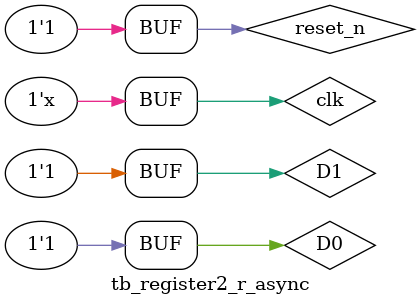
<source format=v>
`timescale 1ns/100ps 

module tb_register2_r_async;

  reg D1, D0, clk, reset_n; // 1bit reg 
  wire Q1, Q0;// 1bit wire

  // module instance name is test, use  _register2_r_async
   _register2_r_async test (.D1(D1), .D0(D0), .clk(clk), .reset_n(reset_n), .Q1(Q1), .Q0(Q0));

	always begin // making clock
		clk = ~clk; #5;
		end
		
	initial begin // start test verificate.
    D1 = 0;
    D0 = 0;
    clk = 0;
    reset_n = 0;
    // if reset_n =0, q1q0 = 00
    #10;   

    D1 = 1; D0 = 0; #10;

    D1 = 0; D0 = 1;
    #10;
	 
	 
    D1 = 1; D0 = 1;
    #10;
	 
	 //reset_n =1 , q1q0 = d1d0 value same

	 reset_n =1;
    D1 = 1; D0 = 0;#10;

    
	 D1 = 0; D0 = 1;
    #10;

	 
    D1 = 1; D0 = 1;
    #10;


	 end 
endmodule

</source>
